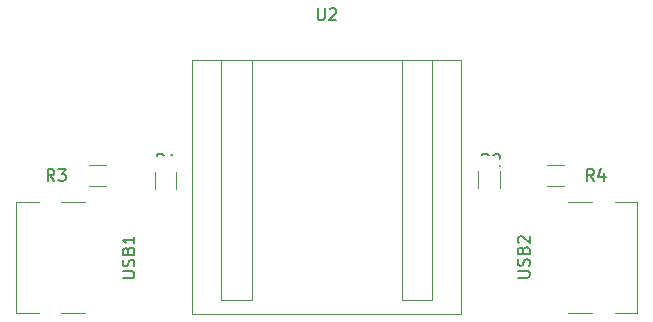
<source format=gto>
G04 #@! TF.GenerationSoftware,KiCad,Pcbnew,(5.1.10-1-10_14)*
G04 #@! TF.CreationDate,2021-07-14T14:00:36-07:00*
G04 #@! TF.ProjectId,Synapse,53796e61-7073-4652-9e6b-696361645f70,rev?*
G04 #@! TF.SameCoordinates,Original*
G04 #@! TF.FileFunction,Legend,Top*
G04 #@! TF.FilePolarity,Positive*
%FSLAX46Y46*%
G04 Gerber Fmt 4.6, Leading zero omitted, Abs format (unit mm)*
G04 Created by KiCad (PCBNEW (5.1.10-1-10_14)) date 2021-07-14 14:00:36*
%MOMM*%
%LPD*%
G01*
G04 APERTURE LIST*
%ADD10C,0.120000*%
%ADD11C,0.150000*%
%ADD12C,1.700000*%
%ADD13R,1.450000X0.600000*%
%ADD14R,1.450000X0.300000*%
%ADD15O,2.100000X1.000000*%
%ADD16C,0.650000*%
%ADD17O,1.600000X1.000000*%
G04 APERTURE END LIST*
D10*
X146245000Y-63958600D02*
X168995000Y-63958600D01*
X168995000Y-63958600D02*
X168995000Y-85453600D01*
X168995000Y-85453600D02*
X146245000Y-85453600D01*
X146245000Y-85453600D02*
X146245000Y-63958600D01*
X151330000Y-63958600D02*
X151330000Y-84338600D01*
X151330000Y-84338600D02*
X148670000Y-84338600D01*
X148670000Y-84338600D02*
X148670000Y-63958600D01*
X166510000Y-63958600D02*
X166510000Y-84278600D01*
X166510000Y-84278600D02*
X163970000Y-84278600D01*
X163970000Y-84278600D02*
X163970000Y-63958600D01*
X144877200Y-73440936D02*
X144877200Y-74895064D01*
X143057200Y-73440936D02*
X143057200Y-74895064D01*
X172258400Y-73390136D02*
X172258400Y-74844264D01*
X170438400Y-73390136D02*
X170438400Y-74844264D01*
X137499736Y-72851600D02*
X138953864Y-72851600D01*
X137499736Y-74671600D02*
X138953864Y-74671600D01*
X177714264Y-74671600D02*
X176260136Y-74671600D01*
X177714264Y-72851600D02*
X176260136Y-72851600D01*
X131329600Y-76021200D02*
X131329600Y-85421200D01*
X137129600Y-85421200D02*
X135129600Y-85421200D01*
X133229600Y-85421200D02*
X131329600Y-85421200D01*
X137129600Y-76021200D02*
X135129600Y-76021200D01*
X133229600Y-76021200D02*
X131329600Y-76021200D01*
X183884400Y-85370400D02*
X183884400Y-75970400D01*
X178084400Y-75970400D02*
X180084400Y-75970400D01*
X181984400Y-75970400D02*
X183884400Y-75970400D01*
X178084400Y-85370400D02*
X180084400Y-85370400D01*
X181984400Y-85370400D02*
X183884400Y-85370400D01*
D11*
X156858095Y-59600980D02*
X156858095Y-60410504D01*
X156905714Y-60505742D01*
X156953333Y-60553361D01*
X157048571Y-60600980D01*
X157239047Y-60600980D01*
X157334285Y-60553361D01*
X157381904Y-60505742D01*
X157429523Y-60410504D01*
X157429523Y-59600980D01*
X157858095Y-59696219D02*
X157905714Y-59648600D01*
X158000952Y-59600980D01*
X158239047Y-59600980D01*
X158334285Y-59648600D01*
X158381904Y-59696219D01*
X158429523Y-59791457D01*
X158429523Y-59886695D01*
X158381904Y-60029552D01*
X157810476Y-60600980D01*
X158429523Y-60600980D01*
X143833333Y-72952380D02*
X143500000Y-72476190D01*
X143261904Y-72952380D02*
X143261904Y-71952380D01*
X143642857Y-71952380D01*
X143738095Y-72000000D01*
X143785714Y-72047619D01*
X143833333Y-72142857D01*
X143833333Y-72285714D01*
X143785714Y-72380952D01*
X143738095Y-72428571D01*
X143642857Y-72476190D01*
X143261904Y-72476190D01*
X144785714Y-72952380D02*
X144214285Y-72952380D01*
X144500000Y-72952380D02*
X144500000Y-71952380D01*
X144404761Y-72095238D01*
X144309523Y-72190476D01*
X144214285Y-72238095D01*
X171333333Y-72952380D02*
X171000000Y-72476190D01*
X170761904Y-72952380D02*
X170761904Y-71952380D01*
X171142857Y-71952380D01*
X171238095Y-72000000D01*
X171285714Y-72047619D01*
X171333333Y-72142857D01*
X171333333Y-72285714D01*
X171285714Y-72380952D01*
X171238095Y-72428571D01*
X171142857Y-72476190D01*
X170761904Y-72476190D01*
X171714285Y-72047619D02*
X171761904Y-72000000D01*
X171857142Y-71952380D01*
X172095238Y-71952380D01*
X172190476Y-72000000D01*
X172238095Y-72047619D01*
X172285714Y-72142857D01*
X172285714Y-72238095D01*
X172238095Y-72380952D01*
X171666666Y-72952380D01*
X172285714Y-72952380D01*
X134554933Y-74213980D02*
X134221600Y-73737790D01*
X133983504Y-74213980D02*
X133983504Y-73213980D01*
X134364457Y-73213980D01*
X134459695Y-73261600D01*
X134507314Y-73309219D01*
X134554933Y-73404457D01*
X134554933Y-73547314D01*
X134507314Y-73642552D01*
X134459695Y-73690171D01*
X134364457Y-73737790D01*
X133983504Y-73737790D01*
X134888266Y-73213980D02*
X135507314Y-73213980D01*
X135173980Y-73594933D01*
X135316838Y-73594933D01*
X135412076Y-73642552D01*
X135459695Y-73690171D01*
X135507314Y-73785409D01*
X135507314Y-74023504D01*
X135459695Y-74118742D01*
X135412076Y-74166361D01*
X135316838Y-74213980D01*
X135031123Y-74213980D01*
X134935885Y-74166361D01*
X134888266Y-74118742D01*
X180224133Y-74213980D02*
X179890800Y-73737790D01*
X179652704Y-74213980D02*
X179652704Y-73213980D01*
X180033657Y-73213980D01*
X180128895Y-73261600D01*
X180176514Y-73309219D01*
X180224133Y-73404457D01*
X180224133Y-73547314D01*
X180176514Y-73642552D01*
X180128895Y-73690171D01*
X180033657Y-73737790D01*
X179652704Y-73737790D01*
X181081276Y-73547314D02*
X181081276Y-74213980D01*
X180843180Y-73166361D02*
X180605085Y-73880647D01*
X181224133Y-73880647D01*
X140326980Y-82459295D02*
X141136504Y-82459295D01*
X141231742Y-82411676D01*
X141279361Y-82364057D01*
X141326980Y-82268819D01*
X141326980Y-82078342D01*
X141279361Y-81983104D01*
X141231742Y-81935485D01*
X141136504Y-81887866D01*
X140326980Y-81887866D01*
X141279361Y-81459295D02*
X141326980Y-81316438D01*
X141326980Y-81078342D01*
X141279361Y-80983104D01*
X141231742Y-80935485D01*
X141136504Y-80887866D01*
X141041266Y-80887866D01*
X140946028Y-80935485D01*
X140898409Y-80983104D01*
X140850790Y-81078342D01*
X140803171Y-81268819D01*
X140755552Y-81364057D01*
X140707933Y-81411676D01*
X140612695Y-81459295D01*
X140517457Y-81459295D01*
X140422219Y-81411676D01*
X140374600Y-81364057D01*
X140326980Y-81268819D01*
X140326980Y-81030723D01*
X140374600Y-80887866D01*
X140803171Y-80125961D02*
X140850790Y-79983104D01*
X140898409Y-79935485D01*
X140993647Y-79887866D01*
X141136504Y-79887866D01*
X141231742Y-79935485D01*
X141279361Y-79983104D01*
X141326980Y-80078342D01*
X141326980Y-80459295D01*
X140326980Y-80459295D01*
X140326980Y-80125961D01*
X140374600Y-80030723D01*
X140422219Y-79983104D01*
X140517457Y-79935485D01*
X140612695Y-79935485D01*
X140707933Y-79983104D01*
X140755552Y-80030723D01*
X140803171Y-80125961D01*
X140803171Y-80459295D01*
X141326980Y-78935485D02*
X141326980Y-79506914D01*
X141326980Y-79221200D02*
X140326980Y-79221200D01*
X140469838Y-79316438D01*
X140565076Y-79411676D01*
X140612695Y-79506914D01*
X173791780Y-82408495D02*
X174601304Y-82408495D01*
X174696542Y-82360876D01*
X174744161Y-82313257D01*
X174791780Y-82218019D01*
X174791780Y-82027542D01*
X174744161Y-81932304D01*
X174696542Y-81884685D01*
X174601304Y-81837066D01*
X173791780Y-81837066D01*
X174744161Y-81408495D02*
X174791780Y-81265638D01*
X174791780Y-81027542D01*
X174744161Y-80932304D01*
X174696542Y-80884685D01*
X174601304Y-80837066D01*
X174506066Y-80837066D01*
X174410828Y-80884685D01*
X174363209Y-80932304D01*
X174315590Y-81027542D01*
X174267971Y-81218019D01*
X174220352Y-81313257D01*
X174172733Y-81360876D01*
X174077495Y-81408495D01*
X173982257Y-81408495D01*
X173887019Y-81360876D01*
X173839400Y-81313257D01*
X173791780Y-81218019D01*
X173791780Y-80979923D01*
X173839400Y-80837066D01*
X174267971Y-80075161D02*
X174315590Y-79932304D01*
X174363209Y-79884685D01*
X174458447Y-79837066D01*
X174601304Y-79837066D01*
X174696542Y-79884685D01*
X174744161Y-79932304D01*
X174791780Y-80027542D01*
X174791780Y-80408495D01*
X173791780Y-80408495D01*
X173791780Y-80075161D01*
X173839400Y-79979923D01*
X173887019Y-79932304D01*
X173982257Y-79884685D01*
X174077495Y-79884685D01*
X174172733Y-79932304D01*
X174220352Y-79979923D01*
X174267971Y-80075161D01*
X174267971Y-80408495D01*
X173887019Y-79456114D02*
X173839400Y-79408495D01*
X173791780Y-79313257D01*
X173791780Y-79075161D01*
X173839400Y-78979923D01*
X173887019Y-78932304D01*
X173982257Y-78884685D01*
X174077495Y-78884685D01*
X174220352Y-78932304D01*
X174791780Y-79503733D01*
X174791780Y-78884685D01*
%LPC*%
D12*
X165240000Y-65478600D03*
X150000000Y-65478600D03*
X165240000Y-68018600D03*
X150000000Y-68018600D03*
X165240000Y-70558600D03*
X150000000Y-70558600D03*
X165240000Y-73098600D03*
X150000000Y-73098600D03*
X165240000Y-75638600D03*
X150000000Y-75638600D03*
X165240000Y-78178600D03*
X150000000Y-78178600D03*
X165240000Y-80718600D03*
X150000000Y-80718600D03*
X165240000Y-83258600D03*
X150000000Y-83258600D03*
G36*
G01*
X143342199Y-75068000D02*
X144592201Y-75068000D01*
G75*
G02*
X144842200Y-75317999I0J-249999D01*
G01*
X144842200Y-75943001D01*
G75*
G02*
X144592201Y-76193000I-249999J0D01*
G01*
X143342199Y-76193000D01*
G75*
G02*
X143092200Y-75943001I0J249999D01*
G01*
X143092200Y-75317999D01*
G75*
G02*
X143342199Y-75068000I249999J0D01*
G01*
G37*
G36*
G01*
X143342199Y-72143000D02*
X144592201Y-72143000D01*
G75*
G02*
X144842200Y-72392999I0J-249999D01*
G01*
X144842200Y-73018001D01*
G75*
G02*
X144592201Y-73268000I-249999J0D01*
G01*
X143342199Y-73268000D01*
G75*
G02*
X143092200Y-73018001I0J249999D01*
G01*
X143092200Y-72392999D01*
G75*
G02*
X143342199Y-72143000I249999J0D01*
G01*
G37*
G36*
G01*
X170723399Y-75017200D02*
X171973401Y-75017200D01*
G75*
G02*
X172223400Y-75267199I0J-249999D01*
G01*
X172223400Y-75892201D01*
G75*
G02*
X171973401Y-76142200I-249999J0D01*
G01*
X170723399Y-76142200D01*
G75*
G02*
X170473400Y-75892201I0J249999D01*
G01*
X170473400Y-75267199D01*
G75*
G02*
X170723399Y-75017200I249999J0D01*
G01*
G37*
G36*
G01*
X170723399Y-72092200D02*
X171973401Y-72092200D01*
G75*
G02*
X172223400Y-72342199I0J-249999D01*
G01*
X172223400Y-72967201D01*
G75*
G02*
X171973401Y-73217200I-249999J0D01*
G01*
X170723399Y-73217200D01*
G75*
G02*
X170473400Y-72967201I0J249999D01*
G01*
X170473400Y-72342199D01*
G75*
G02*
X170723399Y-72092200I249999J0D01*
G01*
G37*
G36*
G01*
X139126800Y-74386601D02*
X139126800Y-73136599D01*
G75*
G02*
X139376799Y-72886600I249999J0D01*
G01*
X140001801Y-72886600D01*
G75*
G02*
X140251800Y-73136599I0J-249999D01*
G01*
X140251800Y-74386601D01*
G75*
G02*
X140001801Y-74636600I-249999J0D01*
G01*
X139376799Y-74636600D01*
G75*
G02*
X139126800Y-74386601I0J249999D01*
G01*
G37*
G36*
G01*
X136201800Y-74386601D02*
X136201800Y-73136599D01*
G75*
G02*
X136451799Y-72886600I249999J0D01*
G01*
X137076801Y-72886600D01*
G75*
G02*
X137326800Y-73136599I0J-249999D01*
G01*
X137326800Y-74386601D01*
G75*
G02*
X137076801Y-74636600I-249999J0D01*
G01*
X136451799Y-74636600D01*
G75*
G02*
X136201800Y-74386601I0J249999D01*
G01*
G37*
G36*
G01*
X176087200Y-73136599D02*
X176087200Y-74386601D01*
G75*
G02*
X175837201Y-74636600I-249999J0D01*
G01*
X175212199Y-74636600D01*
G75*
G02*
X174962200Y-74386601I0J249999D01*
G01*
X174962200Y-73136599D01*
G75*
G02*
X175212199Y-72886600I249999J0D01*
G01*
X175837201Y-72886600D01*
G75*
G02*
X176087200Y-73136599I0J-249999D01*
G01*
G37*
G36*
G01*
X179012200Y-73136599D02*
X179012200Y-74386601D01*
G75*
G02*
X178762201Y-74636600I-249999J0D01*
G01*
X178137199Y-74636600D01*
G75*
G02*
X177887200Y-74386601I0J249999D01*
G01*
X177887200Y-73136599D01*
G75*
G02*
X178137199Y-72886600I249999J0D01*
G01*
X178762201Y-72886600D01*
G75*
G02*
X179012200Y-73136599I0J-249999D01*
G01*
G37*
D13*
X139274600Y-83971200D03*
X139274600Y-83171200D03*
X139274600Y-78271200D03*
X139274600Y-77471200D03*
X139274600Y-77471200D03*
X139274600Y-78271200D03*
X139274600Y-83171200D03*
X139274600Y-83971200D03*
D14*
X139274600Y-78971200D03*
X139274600Y-79471200D03*
X139274600Y-79971200D03*
X139274600Y-80971200D03*
X139274600Y-81471200D03*
X139274600Y-81971200D03*
X139274600Y-82471200D03*
X139274600Y-80471200D03*
D15*
X138359600Y-85041200D03*
X138359600Y-76401200D03*
D16*
X137829600Y-77831200D03*
D17*
X134179600Y-76401200D03*
D16*
X137829600Y-83611200D03*
D17*
X134179600Y-85041200D03*
D13*
X175939400Y-77420400D03*
X175939400Y-78220400D03*
X175939400Y-83120400D03*
X175939400Y-83920400D03*
X175939400Y-83920400D03*
X175939400Y-83120400D03*
X175939400Y-78220400D03*
X175939400Y-77420400D03*
D14*
X175939400Y-82420400D03*
X175939400Y-81920400D03*
X175939400Y-81420400D03*
X175939400Y-80420400D03*
X175939400Y-79920400D03*
X175939400Y-79420400D03*
X175939400Y-78920400D03*
X175939400Y-80920400D03*
D15*
X176854400Y-76350400D03*
X176854400Y-84990400D03*
D16*
X177384400Y-83560400D03*
D17*
X181034400Y-84990400D03*
D16*
X177384400Y-77780400D03*
D17*
X181034400Y-76350400D03*
M02*

</source>
